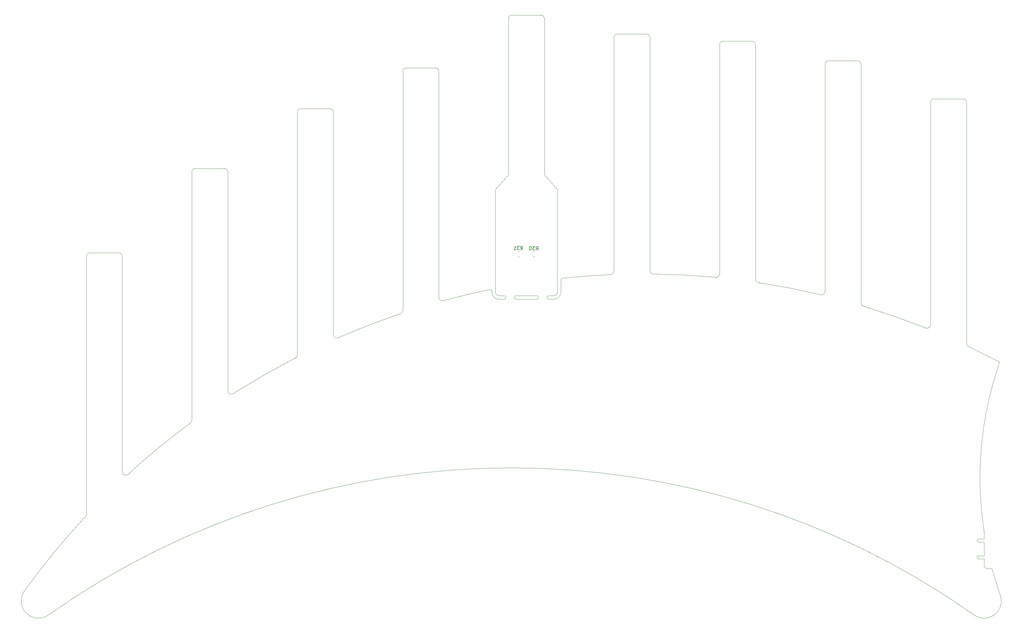
<source format=gbr>
%TF.GenerationSoftware,KiCad,Pcbnew,5.1.10-88a1d61d58~90~ubuntu20.04.1*%
%TF.CreationDate,2021-11-19T20:23:52-08:00*%
%TF.ProjectId,menorah555a,6d656e6f-7261-4683-9535-35612e6b6963,A*%
%TF.SameCoordinates,Original*%
%TF.FileFunction,Legend,Bot*%
%TF.FilePolarity,Positive*%
%FSLAX46Y46*%
G04 Gerber Fmt 4.6, Leading zero omitted, Abs format (unit mm)*
G04 Created by KiCad (PCBNEW 5.1.10-88a1d61d58~90~ubuntu20.04.1) date 2021-11-19 20:23:52*
%MOMM*%
%LPD*%
G01*
G04 APERTURE LIST*
%TA.AperFunction,Profile*%
%ADD10C,0.050000*%
%TD*%
%ADD11C,0.120000*%
%ADD12C,0.150000*%
G04 APERTURE END LIST*
D10*
X197600000Y-133200000D02*
X203400000Y-133200000D01*
X197600000Y-134200000D02*
X203400000Y-134200000D01*
X192700000Y-134200000D02*
X194200000Y-134200000D01*
X206800000Y-134200000D02*
X208300000Y-134200000D01*
X192700000Y-133200000D02*
X194200000Y-133200000D01*
X197600000Y-134200000D02*
G75*
G02*
X197600000Y-133200000I0J500000D01*
G01*
X203400000Y-133200000D02*
G75*
G02*
X203400000Y-134200000I0J-500000D01*
G01*
X206800000Y-134200000D02*
G75*
G02*
X206800000Y-133200000I0J500000D01*
G01*
X194200000Y-133200000D02*
G75*
G02*
X194200000Y-134200000I0J-500000D01*
G01*
X330600000Y-208000000D02*
X330600000Y-209800000D01*
X330600000Y-203250000D02*
X330600000Y-207149000D01*
X329030000Y-203249000D02*
G75*
G02*
X329030000Y-202399000I0J425000D01*
G01*
X329030000Y-203249000D02*
X330600000Y-203249000D01*
X329030000Y-202399000D02*
X330600000Y-202399000D01*
X329030000Y-207999000D02*
G75*
G02*
X329030000Y-207149000I0J425000D01*
G01*
X329030000Y-207149000D02*
X330600000Y-207149000D01*
X329030000Y-207999000D02*
X330600000Y-207999000D01*
X334473216Y-151784307D02*
X334841394Y-151986459D01*
X326209269Y-147680505D02*
X326340000Y-147740000D01*
X334473217Y-151784307D02*
G75*
G03*
X326340000Y-147740000I-100603217J-192115693D01*
G01*
X313693401Y-142252243D02*
X313977382Y-142376308D01*
X296341181Y-136225926D02*
X296540000Y-136280000D01*
X313693401Y-142252243D02*
G75*
G03*
X296540000Y-136280000I-79823401J-201647757D01*
G01*
X283817199Y-132845881D02*
X284141181Y-132935926D01*
X266392088Y-129478148D02*
X266730000Y-129520000D01*
X283817199Y-132845881D02*
G75*
G03*
X266730000Y-129520000I-49947199J-211054119D01*
G01*
X253945960Y-127939407D02*
X254312844Y-127986195D01*
X236634899Y-127029391D02*
X236940000Y-127030000D01*
X253945960Y-127939408D02*
G75*
G03*
X236940000Y-127030000I-20075960J-215960592D01*
G01*
X224310641Y-127212249D02*
X224573648Y-127204808D01*
X211100000Y-128200000D02*
X210713176Y-128247596D01*
X224310641Y-127212249D02*
G75*
G03*
X211100000Y-128200000I9559359J-216687751D01*
G01*
X210713176Y-128247596D02*
G75*
G03*
X210300000Y-128740000I86824J-492404D01*
G01*
X189818328Y-131513618D02*
X190070590Y-131457037D01*
X190070590Y-131457037D02*
G75*
G02*
X190700000Y-131940000I129410J-482963D01*
G01*
X177300000Y-134500000D02*
X176925568Y-134605519D01*
X189818328Y-131513619D02*
G75*
G03*
X177300000Y-134500000I44051672J-212386381D01*
G01*
X147100000Y-145100000D02*
X147022618Y-145136308D01*
X164658819Y-138335926D02*
X164398003Y-138414929D01*
X164398003Y-138414928D02*
G75*
G03*
X147100000Y-145100000I69471997J-205485072D01*
G01*
X117400000Y-160900000D02*
X117229320Y-161007146D01*
X134929919Y-150858048D02*
X134801847Y-150922131D01*
X134801848Y-150922131D02*
G75*
G03*
X117400000Y-160900000I99088152J-192977869D01*
G01*
X104841866Y-169519312D02*
X104929919Y-169458048D01*
X75069131Y-196113145D02*
X74841689Y-196355905D01*
X87600000Y-183700000D02*
X87294658Y-183979340D01*
X313977382Y-142376308D02*
G75*
G03*
X315400000Y-141470000I422618J906308D01*
G01*
X284141181Y-132935926D02*
G75*
G03*
X285400000Y-131970000I258819J965926D01*
G01*
X254312844Y-127986195D02*
G75*
G03*
X255400000Y-126990000I87156J996195D01*
G01*
X224573648Y-127204808D02*
G75*
G03*
X225400000Y-126220000I-173648J984808D01*
G01*
X164658819Y-138335926D02*
G75*
G03*
X165400000Y-137370000I-258819J965926D01*
G01*
X134929919Y-150858048D02*
G75*
G03*
X135400000Y-150010000I-529919J848048D01*
G01*
X326209269Y-147680505D02*
G75*
G02*
X325600000Y-146760000I390731J920505D01*
G01*
X296341181Y-136225926D02*
G75*
G02*
X295600000Y-135260000I258819J965926D01*
G01*
X266392088Y-129478148D02*
G75*
G02*
X265600000Y-128500000I207912J978148D01*
G01*
X236634899Y-127029391D02*
G75*
G02*
X235600000Y-126030000I-34899J999391D01*
G01*
X176925568Y-134605519D02*
G75*
G02*
X175600000Y-133660000I-325568J945519D01*
G01*
X147022618Y-145136308D02*
G75*
G02*
X145600000Y-144230000I-422618J906308D01*
G01*
X117229320Y-161007146D02*
G75*
G02*
X115600000Y-160230000I-629320J777146D01*
G01*
X104929919Y-169458048D02*
G75*
G03*
X105400000Y-168610000I-529919J848048D01*
G01*
X87294658Y-183979340D02*
G75*
G02*
X85600000Y-183260000I-694658J719340D01*
G01*
X75069131Y-196113145D02*
G75*
G03*
X75400000Y-195370000I-669131J743145D01*
G01*
X74841689Y-196355905D02*
G75*
G03*
X57824000Y-217136000I158968311J-147544095D01*
G01*
X210300000Y-132200000D02*
X210300000Y-128740000D01*
X190700000Y-132200000D02*
X190700000Y-131940000D01*
X210300000Y-132200000D02*
G75*
G02*
X208300000Y-134200000I-2000000J0D01*
G01*
X192700000Y-134200000D02*
G75*
G02*
X190700000Y-132200000I0J2000000D01*
G01*
X209300000Y-132200000D02*
G75*
G02*
X208300000Y-133200000I-1000000J0D01*
G01*
X192700000Y-133200000D02*
G75*
G02*
X191700000Y-132200000I0J1000000D01*
G01*
X330600000Y-209800000D02*
G75*
G03*
X331600000Y-210800000I1000000J0D01*
G01*
X332889778Y-211022354D02*
X332963500Y-211270827D01*
X332889778Y-211022354D02*
G75*
G03*
X332600000Y-210800000I-289778J-77646D01*
G01*
X331600000Y-210800000D02*
X332600000Y-210800000D01*
X332963500Y-211270827D02*
G75*
G03*
X335030000Y-217906000I96036500J26270827D01*
G01*
X334963541Y-152291394D02*
X334868155Y-152553185D01*
X330600000Y-202399000D02*
X330600000Y-200200000D01*
X334963541Y-152291394D02*
G75*
G03*
X334841394Y-151986459I-213541J91394D01*
G01*
X327511852Y-223813089D02*
X327603497Y-223876946D01*
X64764915Y-223901327D02*
X64850309Y-223837228D01*
X64764915Y-223901326D02*
G75*
G02*
X57824000Y-217136000I-2964915J3901326D01*
G01*
X327603497Y-223876946D02*
G75*
G03*
X335030000Y-217906000I2996503J3876946D01*
G01*
X334868155Y-152553185D02*
G75*
G03*
X330600000Y-200200000I94131845J-32446815D01*
G01*
X104841866Y-169519312D02*
G75*
G03*
X87600000Y-183700000I128968134J-174380688D01*
G01*
X327511852Y-223813090D02*
G75*
G03*
X64850000Y-223840000I-131311852J-186186910D01*
G01*
X285400000Y-67400000D02*
G75*
G02*
X286400000Y-66400000I1000000J0D01*
G01*
X325600000Y-78200000D02*
X325600000Y-146760000D01*
X235600000Y-59800000D02*
X235600000Y-126030000D01*
X234600000Y-58800000D02*
G75*
G02*
X235600000Y-59800000I0J-1000000D01*
G01*
X226400000Y-58800000D02*
X234600000Y-58800000D01*
X225400000Y-59800000D02*
G75*
G02*
X226400000Y-58800000I1000000J0D01*
G01*
X225400000Y-126220000D02*
X225400000Y-59800000D01*
X286400000Y-66400000D02*
X294600000Y-66400000D01*
X315400000Y-78200000D02*
G75*
G02*
X316400000Y-77200000I1000000J0D01*
G01*
X315400000Y-141470000D02*
X315400000Y-78200000D01*
X264600000Y-60800000D02*
G75*
G02*
X265600000Y-61800000I0J-1000000D01*
G01*
X316400000Y-77200000D02*
X324600000Y-77200000D01*
X265600000Y-61800000D02*
X265600000Y-128500000D01*
X295600000Y-67400000D02*
X295600000Y-135260000D01*
X324600000Y-77200000D02*
G75*
G02*
X325600000Y-78200000I0J-1000000D01*
G01*
X255400000Y-126990000D02*
X255400000Y-61800000D01*
X285400000Y-131970000D02*
X285400000Y-67400000D01*
X256400000Y-60800000D02*
X264600000Y-60800000D01*
X294600000Y-66400000D02*
G75*
G02*
X295600000Y-67400000I0J-1000000D01*
G01*
X255400000Y-61800000D02*
G75*
G02*
X256400000Y-60800000I1000000J0D01*
G01*
X165400000Y-69400000D02*
G75*
G02*
X166400000Y-68400000I1000000J0D01*
G01*
X166400000Y-68400000D02*
X174600000Y-68400000D01*
X175600000Y-69400000D02*
X175600000Y-133660000D01*
X165400000Y-137370000D02*
X165400000Y-69400000D01*
X174600000Y-68400000D02*
G75*
G02*
X175600000Y-69400000I0J-1000000D01*
G01*
X145600000Y-81000000D02*
X145600000Y-144230000D01*
X144600000Y-80000000D02*
G75*
G02*
X145600000Y-81000000I0J-1000000D01*
G01*
X136400000Y-80000000D02*
X144600000Y-80000000D01*
X135400000Y-81000000D02*
G75*
G02*
X136400000Y-80000000I1000000J0D01*
G01*
X135400000Y-150010000D02*
X135400000Y-81000000D01*
X115600000Y-98000000D02*
X115600000Y-160230000D01*
X114600000Y-97000000D02*
G75*
G02*
X115600000Y-98000000I0J-1000000D01*
G01*
X106400000Y-97000000D02*
X114600000Y-97000000D01*
X105400000Y-98000000D02*
G75*
G02*
X106400000Y-97000000I1000000J0D01*
G01*
X105400000Y-168610000D02*
X105400000Y-98000000D01*
X205600000Y-98800000D02*
X209300000Y-103000000D01*
X205600000Y-54400000D02*
X205600000Y-98800000D01*
X195400000Y-98800000D02*
X191700000Y-103000000D01*
X195400000Y-54400000D02*
X195400000Y-98800000D01*
X204600000Y-53400000D02*
G75*
G02*
X205600000Y-54400000I0J-1000000D01*
G01*
X196400000Y-53400000D02*
X204600000Y-53400000D01*
X195400000Y-54400000D02*
G75*
G02*
X196400000Y-53400000I1000000J0D01*
G01*
X209300000Y-103000000D02*
X209300000Y-132200000D01*
X206800000Y-133200000D02*
X208300000Y-133200000D01*
X191700000Y-103000000D02*
X191700000Y-132200000D01*
X84600000Y-121000000D02*
G75*
G02*
X85600000Y-122000000I0J-1000000D01*
G01*
X75400000Y-122000000D02*
G75*
G02*
X76400000Y-121000000I1000000J0D01*
G01*
X75400000Y-195370000D02*
X75400000Y-122000000D01*
X85600000Y-122000000D02*
X85600000Y-183260000D01*
X76400000Y-121000000D02*
X84600000Y-121000000D01*
D11*
%TO.C,R30*%
X202839564Y-122135000D02*
X202385436Y-122135000D01*
X202839564Y-120665000D02*
X202385436Y-120665000D01*
%TO.C,R31*%
X198072936Y-120665000D02*
X198527064Y-120665000D01*
X198072936Y-122135000D02*
X198527064Y-122135000D01*
%TD*%
%TO.C,R30*%
D12*
X203255357Y-120202380D02*
X203588690Y-119726190D01*
X203826785Y-120202380D02*
X203826785Y-119202380D01*
X203445833Y-119202380D01*
X203350595Y-119250000D01*
X203302976Y-119297619D01*
X203255357Y-119392857D01*
X203255357Y-119535714D01*
X203302976Y-119630952D01*
X203350595Y-119678571D01*
X203445833Y-119726190D01*
X203826785Y-119726190D01*
X202922023Y-119202380D02*
X202302976Y-119202380D01*
X202636309Y-119583333D01*
X202493452Y-119583333D01*
X202398214Y-119630952D01*
X202350595Y-119678571D01*
X202302976Y-119773809D01*
X202302976Y-120011904D01*
X202350595Y-120107142D01*
X202398214Y-120154761D01*
X202493452Y-120202380D01*
X202779166Y-120202380D01*
X202874404Y-120154761D01*
X202922023Y-120107142D01*
X201683928Y-119202380D02*
X201588690Y-119202380D01*
X201493452Y-119250000D01*
X201445833Y-119297619D01*
X201398214Y-119392857D01*
X201350595Y-119583333D01*
X201350595Y-119821428D01*
X201398214Y-120011904D01*
X201445833Y-120107142D01*
X201493452Y-120154761D01*
X201588690Y-120202380D01*
X201683928Y-120202380D01*
X201779166Y-120154761D01*
X201826785Y-120107142D01*
X201874404Y-120011904D01*
X201922023Y-119821428D01*
X201922023Y-119583333D01*
X201874404Y-119392857D01*
X201826785Y-119297619D01*
X201779166Y-119250000D01*
X201683928Y-119202380D01*
%TO.C,R31*%
X198842857Y-120152380D02*
X199176190Y-119676190D01*
X199414285Y-120152380D02*
X199414285Y-119152380D01*
X199033333Y-119152380D01*
X198938095Y-119200000D01*
X198890476Y-119247619D01*
X198842857Y-119342857D01*
X198842857Y-119485714D01*
X198890476Y-119580952D01*
X198938095Y-119628571D01*
X199033333Y-119676190D01*
X199414285Y-119676190D01*
X198509523Y-119152380D02*
X197890476Y-119152380D01*
X198223809Y-119533333D01*
X198080952Y-119533333D01*
X197985714Y-119580952D01*
X197938095Y-119628571D01*
X197890476Y-119723809D01*
X197890476Y-119961904D01*
X197938095Y-120057142D01*
X197985714Y-120104761D01*
X198080952Y-120152380D01*
X198366666Y-120152380D01*
X198461904Y-120104761D01*
X198509523Y-120057142D01*
X196938095Y-120152380D02*
X197509523Y-120152380D01*
X197223809Y-120152380D02*
X197223809Y-119152380D01*
X197319047Y-119295238D01*
X197414285Y-119390476D01*
X197509523Y-119438095D01*
%TD*%
M02*

</source>
